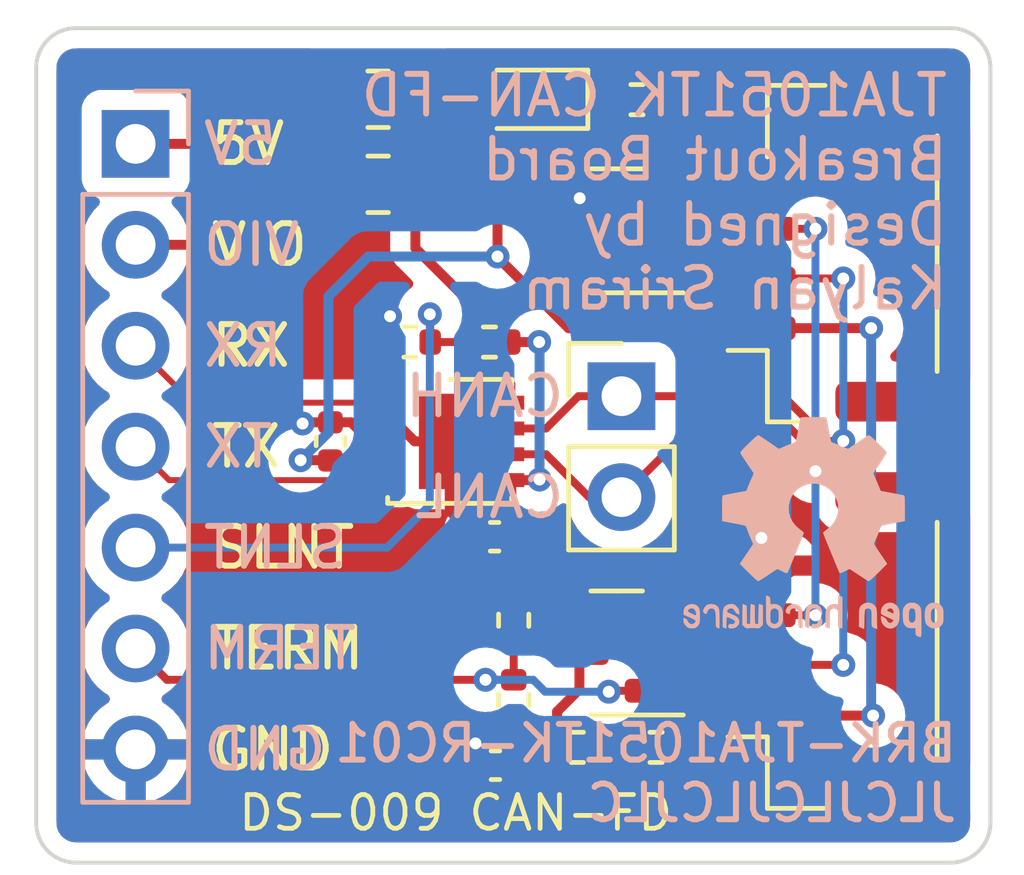
<source format=kicad_pcb>
(kicad_pcb (version 20211014) (generator pcbnew)
  (layers (0 "F.Cu" signal) (31 "B.Cu" signal) (34 "B.Paste" user) (35 "F.Paste" user) (36 "B.SilkS" user "B.Silkscreen") (37 "F.SilkS" user "F.Silkscreen") (38 "B.Mask" user) (39 "F.Mask" user) (44 "Edge.Cuts" user))
  (net 0 "")
  (net 1 "+3V3")
  (net 2 "GND")
  (net 3 "+5V")
  (net 4 "Net-(C3-Pad1)")
  (net 5 "/CAN_TERM")
  (net 6 "/CAN_SILENT")
  (net 7 "/CAN_RX")
  (net 8 "/CAN_TX")
  (net 9 "Net-(D7-Pad1)")
  (net 10 "/CAN_N")
  (net 11 "Net-(Q1-Pad3)")
  (net 12 "/CAN_P")
  (net 13 "Net-(F1-Pad2)")
  (net 14 "Net-(F2-Pad2)")
  (footprint "Resistor_SMD:R_0402_1005Metric" (layer "F.Cu") (at 112.01 64.9 -90)
    (fp_text reference "R3" hide)
    (fp_text value "100K")
    (pad "1" smd roundrect (at -0.51 0 270) (size 0.54 0.64) (layers "F.Cu" "F.Paste" "F.Mask") (net 1 "+3V3"))
    (pad "2" smd roundrect (at 0.51 0 270) (size 0.54 0.64) (layers "F.Cu" "F.Paste" "F.Mask") (net 5 "/CAN_TERM"))
  )
  (footprint "Resistor_SMD:R_0402_1005Metric" (layer "F.Cu") (at 113.61 68.1 180)
    (fp_text reference "R6" hide)
    (fp_text value "60")
    (pad "1" smd roundrect (at -0.51 0 180) (size 0.54 0.64) (layers "F.Cu" "F.Paste" "F.Mask") (net 4 "Net-(C3-Pad1)"))
    (pad "2" smd roundrect (at 0.51 0 180) (size 0.54 0.64) (layers "F.Cu" "F.Paste" "F.Mask") (net 11 "Net-(Q1-Pad3)"))
  )
  (footprint "Fuse:Fuse_0805_2012Metric" (layer "F.Cu") (at 108.6 53.93 180)
    (fp_text reference "F1" hide)
    (fp_text value "Polyfuse_Small")
    (pad "1" smd roundrect (at -0.9375 0 180) (size 0.975 1.4) (layers "F.Cu" "F.Paste" "F.Mask") (net 1 "+3V3"))
    (pad "2" smd roundrect (at 0.9375 0 180) (size 0.975 1.4) (layers "F.Cu" "F.Paste" "F.Mask") (net 13 "Net-(F1-Pad2)"))
  )
  (footprint "Capacitor_SMD:C_0402_1005Metric" (layer "F.Cu") (at 111.53 62.8 180)
    (fp_text reference "C1" hide)
    (fp_text value "0.1uF")
    (pad "1" smd roundrect (at -0.48 0 180) (size 0.56 0.62) (layers "F.Cu" "F.Paste" "F.Mask") (net 1 "+3V3"))
    (pad "2" smd roundrect (at 0.48 0 180) (size 0.56 0.62) (layers "F.Cu" "F.Paste" "F.Mask") (net 2 "GND"))
  )
  (footprint "Connector_PinHeader_2.54mm:PinHeader_1x02_P2.54mm_Vertical" (layer "F.Cu") (at 114.72 59.2625)
    (fp_text reference "J2" hide)
    (fp_text value "CAN")
    (pad "1" thru_hole rect locked (at 0 0) (size 1.7 1.7) (drill 1) (layers *.Cu *.Mask) (net 12 "/CAN_P"))
    (pad "2" thru_hole oval locked (at 0 2.54) (size 1.7 1.7) (drill 1) (layers *.Cu *.Mask) (net 10 "/CAN_N"))
  )
  (footprint "Capacitor_SMD:C_0402_1005Metric" (layer "F.Cu") (at 107.4 60.4 90)
    (fp_text reference "C2" hide)
    (fp_text value "0.1uF")
    (pad "1" smd roundrect (at -0.48 0 90) (size 0.56 0.62) (layers "F.Cu" "F.Paste" "F.Mask") (net 3 "+5V"))
    (pad "2" smd roundrect (at 0.48 0 90) (size 0.56 0.62) (layers "F.Cu" "F.Paste" "F.Mask") (net 2 "GND"))
  )
  (footprint "Capacitor_SMD:C_0402_1005Metric" (layer "F.Cu") (at 111.55 68.55 180)
    (fp_text reference "C3" hide)
    (fp_text value "4.7nF")
    (pad "1" smd roundrect (at -0.48 0 180) (size 0.56 0.62) (layers "F.Cu" "F.Paste" "F.Mask") (net 4 "Net-(C3-Pad1)"))
    (pad "2" smd roundrect (at 0.48 0 180) (size 0.56 0.62) (layers "F.Cu" "F.Paste" "F.Mask") (net 2 "GND"))
  )
  (footprint "Package_DFN_QFN:DFN-8-1EP_3x3mm_P0.65mm_EP1.55x2.4mm" (layer "F.Cu") (at 110.4 60.4)
    (fp_text reference "U1" hide)
    (fp_text value "TJA1051TK-3")
    (pad "1" smd rect (at -1.55 -0.975) (size 0.65 0.35) (layers "F.Cu" "F.Paste" "F.Mask") (net 8 "/CAN_TX"))
    (pad "2" smd rect (at -1.55 -0.325) (size 0.65 0.35) (layers "F.Cu" "F.Paste" "F.Mask") (net 2 "GND"))
    (pad "3" smd rect (at -1.55 0.325) (size 0.65 0.35) (layers "F.Cu" "F.Paste" "F.Mask") (net 3 "+5V"))
    (pad "4" smd rect (at -1.55 0.975) (size 0.65 0.35) (layers "F.Cu" "F.Paste" "F.Mask") (net 7 "/CAN_RX"))
    (pad "5" smd rect (at 1.55 0.975) (size 0.65 0.35) (layers "F.Cu" "F.Paste" "F.Mask") (net 1 "+3V3"))
    (pad "6" smd rect (at 1.55 0.325) (size 0.65 0.35) (layers "F.Cu" "F.Paste" "F.Mask") (net 10 "/CAN_N"))
    (pad "7" smd rect (at 1.55 -0.325) (size 0.65 0.35) (layers "F.Cu" "F.Paste" "F.Mask") (net 12 "/CAN_P"))
    (pad "8" smd rect (at 1.55 -0.975) (size 0.65 0.35) (layers "F.Cu" "F.Paste" "F.Mask") (net 6 "/CAN_SILENT"))
    (pad "9" smd rect (at 0 0) (size 1.55 2.4) (layers "F.Cu" "F.Mask") (net 2 "GND"))
  )
  (footprint "Connector_JST:JST_GH_SM04B-GHS-TB_1x04-1MP_P1.25mm_Horizontal" (layer "F.Cu") (at 120.1 55.675 90)
    (fp_text reference "J4" hide)
    (fp_text value "CAN")
    (pad "1" smd roundrect (at -1.875 -1.85 90) (size 0.6 1.7) (layers "F.Cu" "F.Paste" "F.Mask") (net 3 "+5V"))
    (pad "2" smd roundrect (at -0.625 -1.85 90) (size 0.6 1.7) (layers "F.Cu" "F.Paste" "F.Mask") (net 12 "/CAN_P"))
    (pad "3" smd roundrect (at 0.625 -1.85 90) (size 0.6 1.7) (layers "F.Cu" "F.Paste" "F.Mask") (net 10 "/CAN_N"))
    (pad "4" smd roundrect (at 1.875 -1.85 90) (size 0.6 1.7) (layers "F.Cu" "F.Paste" "F.Mask") (net 2 "GND"))
    (pad "MP" smd roundrect (at 3.725 1.35 90) (size 1 2.7) (layers "F.Cu" "F.Paste" "F.Mask"))
    (pad "MP" smd roundrect (at -3.725 1.35 90) (size 1 2.7) (layers "F.Cu" "F.Paste" "F.Mask"))
  )
  (footprint "Package_TO_SOT_SMD:SOT-23" (layer "F.Cu") (at 114.6 65.725 180)
    (fp_text reference "Q1" hide)
    (fp_text value "Q_NMOS_GSD")
    (pad "1" smd roundrect (at -0.9375 -0.95 180) (size 1.475 0.6) (layers "F.Cu" "F.Paste" "F.Mask") (net 5 "/CAN_TERM"))
    (pad "2" smd roundrect (at -0.9375 0.95 180) (size 1.475 0.6) (layers "F.Cu" "F.Paste" "F.Mask") (net 10 "/CAN_N"))
    (pad "3" smd roundrect (at 0.9375 0 180) (size 1.475 0.6) (layers "F.Cu" "F.Paste" "F.Mask") (net 11 "Net-(Q1-Pad3)"))
  )
  (footprint "Resistor_SMD:R_0402_1005Metric" (layer "F.Cu") (at 111.4 57.9)
    (fp_text reference "R2" hide)
    (fp_text value "100K")
    (pad "1" smd roundrect (at -0.51 0) (size 0.54 0.64) (layers "F.Cu" "F.Paste" "F.Mask") (net 6 "/CAN_SILENT"))
    (pad "2" smd roundrect (at 0.51 0) (size 0.54 0.64) (layers "F.Cu" "F.Paste" "F.Mask") (net 1 "+3V3"))
  )
  (footprint "Resistor_SMD:R_0402_1005Metric" (layer "F.Cu") (at 115.59 68.1 180)
    (fp_text reference "R5" hide)
    (fp_text value "60")
    (pad "1" smd roundrect (at -0.51 0 180) (size 0.54 0.64) (layers "F.Cu" "F.Paste" "F.Mask") (net 12 "/CAN_P"))
    (pad "2" smd roundrect (at 0.51 0 180) (size 0.54 0.64) (layers "F.Cu" "F.Paste" "F.Mask") (net 4 "Net-(C3-Pad1)"))
  )
  (footprint "Resistor_SMD:R_0402_1005Metric" (layer "F.Cu") (at 115.11 51.8)
    (fp_text reference "R7" hide)
    (fp_text value "470")
    (pad "1" smd roundrect (at -0.51 0) (size 0.54 0.64) (layers "F.Cu" "F.Paste" "F.Mask") (net 9 "Net-(D7-Pad1)"))
    (pad "2" smd roundrect (at 0.51 0) (size 0.54 0.64) (layers "F.Cu" "F.Paste" "F.Mask") (net 2 "GND"))
  )
  (footprint "Connector_JST:JST_GH_SM04B-GHS-TB_1x04-1MP_P1.25mm_Horizontal" (layer "F.Cu") (at 120.1 65.4 90)
    (fp_text reference "J3" hide)
    (fp_text value "CAN")
    (pad "1" smd roundrect locked (at -1.875 -1.85 90) (size 0.6 1.7) (layers "F.Cu" "F.Paste" "F.Mask") (net 3 "+5V"))
    (pad "2" smd roundrect locked (at -0.625 -1.85 90) (size 0.6 1.7) (layers "F.Cu" "F.Paste" "F.Mask") (net 12 "/CAN_P"))
    (pad "3" smd roundrect locked (at 0.625 -1.85 90) (size 0.6 1.7) (layers "F.Cu" "F.Paste" "F.Mask") (net 10 "/CAN_N"))
    (pad "4" smd roundrect locked (at 1.875 -1.85 90) (size 0.6 1.7) (layers "F.Cu" "F.Paste" "F.Mask") (net 2 "GND"))
    (pad "MP" smd roundrect locked (at -3.725 1.35 90) (size 1 2.7) (layers "F.Cu" "F.Paste" "F.Mask"))
    (pad "MP" smd roundrect locked (at 3.725 1.35 90) (size 1 2.7) (layers "F.Cu" "F.Paste" "F.Mask"))
  )
  (footprint "LED_SMD:LED_0603_1608Metric" (layer "F.Cu") (at 112.39 51.79 180)
    (fp_text reference "D7" hide)
    (fp_text value "GREEN")
    (pad "1" smd roundrect (at -0.7875 0 180) (size 0.875 0.95) (layers "F.Cu" "F.Paste" "F.Mask") (net 9 "Net-(D7-Pad1)"))
    (pad "2" smd roundrect (at 0.7875 0 180) (size 0.875 0.95) (layers "F.Cu" "F.Paste" "F.Mask") (net 3 "+5V"))
  )
  (footprint "Fuse:Fuse_0805_2012Metric" (layer "F.Cu") (at 108.6 51.79 180)
    (fp_text reference "F2" hide)
    (fp_text value "Polyfuse_Small")
    (pad "1" smd roundrect (at -0.9375 0 180) (size 0.975 1.4) (layers "F.Cu" "F.Paste" "F.Mask") (net 3 "+5V"))
    (pad "2" smd roundrect (at 0.9375 0 180) (size 0.975 1.4) (layers "F.Cu" "F.Paste" "F.Mask") (net 14 "Net-(F2-Pad2)"))
  )
  (footprint "Resistor_SMD:R_0402_1005Metric" (layer "F.Cu") (at 109.4 57.9 180)
    (fp_text reference "R1" hide)
    (fp_text value "100K")
    (pad "1" smd roundrect (at -0.51 0 180) (size 0.54 0.64) (layers "F.Cu" "F.Paste" "F.Mask") (net 6 "/CAN_SILENT"))
    (pad "2" smd roundrect (at 0.51 0 180) (size 0.54 0.64) (layers "F.Cu" "F.Paste" "F.Mask") (net 2 "GND"))
  )
  (footprint "Package_TO_SOT_SMD:SOT-23" (layer "F.Cu") (at 114.6 55.1 180)
    (fp_text reference "U2" hide)
    (fp_text value "PESD2CANFD24L-T")
    (pad "1" smd roundrect (at -0.9375 -0.95 180) (size 1.475 0.6) (layers "F.Cu" "F.Paste" "F.Mask") (net 12 "/CAN_P"))
    (pad "2" smd roundrect (at -0.9375 0.95 180) (size 1.475 0.6) (layers "F.Cu" "F.Paste" "F.Mask") (net 10 "/CAN_N"))
    (pad "3" smd roundrect (at 0.9375 0 180) (size 1.475 0.6) (layers "F.Cu" "F.Paste" "F.Mask") (net 2 "GND"))
  )
  (footprint "Resistor_SMD:R_0402_1005Metric" (layer "F.Cu") (at 112.01 66.91 -90)
    (fp_text reference "R4" hide)
    (fp_text value "100K")
    (pad "1" smd roundrect (at -0.51 0 270) (size 0.54 0.64) (layers "F.Cu" "F.Paste" "F.Mask") (net 5 "/CAN_TERM"))
    (pad "2" smd roundrect (at 0.51 0 270) (size 0.54 0.64) (layers "F.Cu" "F.Paste" "F.Mask") (net 2 "GND"))
  )
  (footprint "Symbol:OSHW-Logo2_7.3x6mm_SilkScreen" (layer "B.Cu") (at 119.55 62.55 180)
    (fp_text reference "REF**" hide)
    (fp_text value "OSHW-Logo2_7.3x6mm_SilkScreen" hide)
  )
  (footprint "Connector_PinHeader_2.54mm:PinHeader_1x07_P2.54mm_Vertical" (layer "B.Cu") (at 102.5 52.9125 180)
    (fp_text reference "J1" hide)
    (fp_text value "Breakout")
    (pad "1" thru_hole rect locked (at 0 0 180) (size 1.7 1.7) (drill 1) (layers *.Cu *.Mask) (net 14 "Net-(F2-Pad2)"))
    (pad "2" thru_hole oval locked (at 0 -2.54 180) (size 1.7 1.7) (drill 1) (layers *.Cu *.Mask) (net 13 "Net-(F1-Pad2)"))
    (pad "3" thru_hole oval locked (at 0 -5.08 180) (size 1.7 1.7) (drill 1) (layers *.Cu *.Mask) (net 8 "/CAN_TX"))
    (pad "4" thru_hole oval locked (at 0 -7.62 180) (size 1.7 1.7) (drill 1) (layers *.Cu *.Mask) (net 7 "/CAN_RX"))
    (pad "5" thru_hole oval locked (at 0 -10.16 180) (size 1.7 1.7) (drill 1) (layers *.Cu *.Mask) (net 6 "/CAN_SILENT"))
    (pad "6" thru_hole oval locked (at 0 -12.7 180) (size 1.7 1.7) (drill 1) (layers *.Cu *.Mask) (net 5 "/CAN_TERM"))
    (pad "7" thru_hole oval locked (at 0 -15.24 180) (size 1.7 1.7) (drill 1) (layers *.Cu *.Mask) (net 2 "GND"))
  )
  (gr_arc (start 101 71) (mid 100.292893 70.707107) (end 100 70) (layer "Edge.Cuts") (width 0.1))
  (gr_arc (start 124 70) (mid 123.707107 70.707107) (end 123 71) (layer "Edge.Cuts") (width 0.1))
  (gr_line (start 101 50) (end 123 50) (layer "Edge.Cuts") (width 0.1))
  (gr_line (start 123 71) (end 101 71) (layer "Edge.Cuts") (width 0.1))
  (gr_arc (start 100 51) (mid 100.292893 50.292893) (end 101 50) (layer "Edge.Cuts") (width 0.1))
  (gr_line (start 100 70) (end 100 51) (layer "Edge.Cuts") (width 0.1))
  (gr_arc (start 123 50) (mid 123.707107 50.292893) (end 124 51) (layer "Edge.Cuts") (width 0.1))
  (gr_line (start 124 51) (end 124 70) (layer "Edge.Cuts") (width 0.1))
  (gr_text "SLNT" (at 106.011905 63.0725) (layer "B.SilkS") (effects (font (size 1 1)) (justify mirror)))
  (gr_text "TJA1051TK CAN-FD\nBreakout Board" (at 123 52.5) (layer "B.SilkS") (effects (font (size 1 1)) (justify left mirror)))
  (gr_text "Designed by\nKalyan Sriram" (at 123 55.75) (layer "B.SilkS") (effects (font (size 1 1)) (justify left mirror)))
  (gr_text "CANL\n" (at 111.4 61.8025) (layer "B.SilkS") (effects (font (size 1 1)) (justify mirror)))
  (gr_text "CANH" (at 111.280952 59.2625) (layer "B.SilkS") (effects (font (size 1 1)) (justify mirror)))
  (gr_text "JLCJLCJLCJLC" (at 118.5 69.5) (layer "B.SilkS") (effects (font (size 0.9 0.9)) (justify mirror)))
  (gr_text "RX\n" (at 105.202381 57.9925) (layer "B.SilkS") (effects (font (size 1 1)) (justify mirror)))
  (gr_text "BRK-TJA1051TK-RC01" (at 115.328572 68) (layer "B.SilkS") (effects (font (size 0.9 0.9)) (justify mirror)))
  (gr_text "5V" (at 105.130953 52.9125) (layer "B.SilkS") (effects (font (size 1 1)) (justify mirror)))
  (gr_text "TX" (at 105.083334 60.5325) (layer "B.SilkS") (effects (font (size 1 1)) (justify mirror)))
  (gr_text "GND" (at 105.75 68.1525) (layer "B.SilkS") (effects (font (size 1 1)) (justify mirror)))
  (gr_text "VIO" (at 105.416667 55.4525) (layer "B.SilkS") (effects (font (size 1 1)) (justify mirror)))
  (gr_text "TERM\n" (at 106.130953 65.6125) (layer "B.SilkS") (effects (font (size 1 1)) (justify mirror)))
  (gr_text "RX\n" (at 105.4 57.9925) (layer "F.SilkS") (effects (font (size 1 1))))
  (gr_text "GND" (at 105.947619 68.1525) (layer "F.SilkS") (effects (font (size 1 1))))
  (gr_text "TX" (at 105.280953 60.5325) (layer "F.SilkS") (effects (font (size 1 1))))
  (gr_text "SLNT" (at 106.209524 63.0725) (layer "F.SilkS") (effects (font (size 1 1))))
  (gr_text "DS-009 CAN-FD" (at 110.55 69.75) (layer "F.SilkS") (effects (font (size 0.85 0.85) (thickness 0.12))))
  (gr_text "TERM\n" (at 106.328572 65.6125) (layer "F.SilkS") (effects (font (size 1 1))))
  (gr_text "VIO" (at 105.614286 55.4525) (layer "F.SilkS") (effects (font (size 1 1))))
  (gr_text "5V" (at 105.328572 52.9125) (layer "F.SilkS") (effects (font (size 1 1))))
  (segment (start 112.645 61.375) (end 112.66 61.36) (width 0.25) (layer "F.Cu") (net 1))
  (segment (start 112.01 61.96) (end 111.95 61.9) (width 0.25) (layer "F.Cu") (net 1))
  (segment (start 112.01 64.39) (end 112.01 62.8) (width 0.25) (layer "F.Cu") (net 1))
  (segment (start 112.65 57.9) (end 111.91 57.9) (width 0.25) (layer "F.Cu") (net 1))
  (segment (start 112.01 62.8) (end 112.01 61.96) (width 0.25) (layer "F.Cu") (net 1))
  (segment (start 111.9 57.9) (end 109.5375 55.5375) (width 0.25) (layer "F.Cu") (net 1))
  (segment (start 111.95 61.375) (end 112.645 61.375) (width 0.25) (layer "F.Cu") (net 1))
  (segment (start 111.91 57.9) (end 111.9 57.9) (width 0.25) (layer "F.Cu") (net 1))
  (segment (start 109.5375 55.5375) (end 109.5375 53.93) (width 0.25) (layer "F.Cu") (net 1))
  (segment (start 111.95 61.9) (end 111.95 61.375) (width 0.25) (layer "F.Cu") (net 1))
  (via (at 112.66 61.36) (size 0.6) (drill 0.3) (layers "F.Cu" "B.Cu") (net 1))
  (via (at 112.65 57.9) (size 0.6) (drill 0.3) (layers "F.Cu" "B.Cu") (net 1))
  (segment (start 112.66 57.91) (end 112.65 57.9) (width 0.25) (layer "B.Cu") (net 1))
  (segment (start 112.66 61.36) (end 112.66 57.91) (width 0.25) (layer "B.Cu") (net 1))
  (segment (start 108.075 60.075) (end 107.92 59.92) (width 0.25) (layer "F.Cu") (net 2))
  (segment (start 110.4 62.15) (end 110.4 60.4) (width 0.25) (layer "F.Cu") (net 2))
  (segment (start 109.195 60.075) (end 109.52 60.4) (width 0.25) (layer "F.Cu") (net 2))
  (segment (start 107.92 59.92) (end 107.4 59.92) (width 0.25) (layer "F.Cu") (net 2))
  (segment (start 108.89 57.9) (end 108.89 57.26) (width 0.25) (layer "F.Cu") (net 2))
  (segment (start 107.4 59.92) (end 106.73 59.92) (width 0.25) (layer "F.Cu") (net 2))
  (segment (start 118.25 62.84) (end 118.24 62.83) (width 0.25) (layer "F.Cu") (net 2))
  (segment (start 108.85 60.075) (end 109.195 60.075) (width 0.25) (layer "F.Cu") (net 2))
  (segment (start 108.85 60.075) (end 108.075 60.075) (width 0.25) (layer "F.Cu") (net 2))
  (segment (start 108.89 57.26) (end 108.9 57.25) (width 0.25) (layer "F.Cu") (net 2))
  (segment (start 111.07 68.02) (end 111.05 68) (width 0.25) (layer "F.Cu") (net 2))
  (segment (start 111.05 62.8) (end 110.4 62.15) (width 0.25) (layer "F.Cu") (net 2))
  (segment (start 113.6625 54.2875) (end 113.67 54.28) (width 0.25) (layer "F.Cu") (net 2))
  (segment (start 113.6625 55.1) (end 113.6625 54.2875) (width 0.25) (layer "F.Cu") (net 2))
  (segment (start 109.52 60.4) (end 110.4 60.4) (width 0.25) (layer "F.Cu") (net 2))
  (segment (start 118.25 63.525) (end 118.25 62.84) (width 0.25) (layer "F.Cu") (net 2))
  (segment (start 106.73 59.92) (end 106.7 59.95) (width 0.25) (layer "F.Cu") (net 2))
  (segment (start 111.07 68.55) (end 111.07 68.02) (width 0.25) (layer "F.Cu") (net 2))
  (via (at 106.7 59.95) (size 0.6) (drill 0.3) (layers "F.Cu" "B.Cu") (net 2))
  (via (at 108.9 57.25) (size 0.6) (drill 0.3) (layers "F.Cu" "B.Cu") (net 2))
  (via (at 113.67 54.28) (size 0.6) (drill 0.3) (layers "F.Cu" "B.Cu") (net 2))
  (via (at 118.24 62.83) (size 0.6) (drill 0.3) (layers "F.Cu" "B.Cu") (net 2))
  (via (at 111.05 68) (size 0.6) (drill 0.3) (layers "F.Cu" "B.Cu") (net 2))
  (segment (start 121 67.325) (end 121.05 67.275) (width 0.25) (layer "F.Cu") (net 3))
  (segment (start 111.6025 55.7475) (end 111.6025 51.79) (width 0.25) (layer "F.Cu") (net 3))
  (segment (start 107.3935 60.8735) (end 107.4 60.88) (width 0.25) (layer "F.Cu") (net 3))
  (segment (start 107.92 60.88) (end 108.075 60.725) (width 0.25) (layer "F.Cu") (net 3))
  (segment (start 113.39 57.55) (end 111.6025 55.7625) (width 0.25) (layer "F.Cu") (net 3))
  (segment (start 108.075 60.725) (end 108.85 60.725) (width 0.25) (layer "F.Cu") (net 3))
  (segment (start 120.95 57.575) (end 121 57.525) (width 0.25) (layer "F.Cu") (net 3))
  (segment (start 111.6025 55.7625) (end 111.6025 55.7475) (width 0.25) (layer "F.Cu") (net 3))
  (segment (start 111.6025 51.79) (end 109.5375 51.79) (width 0.25) (layer "F.Cu") (net 3))
  (segment (start 118.25 57.55) (end 113.39 57.55) (width 0.25) (layer "F.Cu") (net 3))
  (segment (start 118.25 57.55) (end 120.95 57.55) (width 0.25) (layer "F.Cu") (net 3))
  (segment (start 118.3 67.3) (end 121 67.3) (width 0.25) (layer "F.Cu") (net 3))
  (segment (start 106.65 60.8735) (end 107.3935 60.8735) (width 0.25) (layer "F.Cu") (net 3))
  (segment (start 107.4 60.88) (end 107.92 60.88) (width 0.25) (layer "F.Cu") (net 3))
  (via (at 111.6025 55.7475) (size 0.6) (drill 0.3) (layers "F.Cu" "B.Cu") (net 3))
  (via (at 121 57.55) (size 0.6) (drill 0.3) (layers "F.Cu" "B.Cu") (net 3))
  (via (at 106.65 60.8735) (size 0.6) (drill 0.3) (layers "F.Cu" "B.Cu") (net 3))
  (via (at 121.05 67.3) (size 0.6) (drill 0.3) (layers "F.Cu" "B.Cu") (net 3))
  (segment (start 121 57.55) (end 121 67.25) (width 0.25) (layer "B.Cu") (net 3))
  (segment (start 121 67.25) (end 121.05 67.3) (width 0.25) (layer "B.Cu") (net 3))
  (segment (start 111.6025 55.7475) (end 108.3525 55.7475) (width 0.25) (layer "B.Cu") (net 3))
  (segment (start 107.35 56.75) (end 107.35 60.1735) (width 0.25) (layer "B.Cu") (net 3))
  (segment (start 107.35 60.1735) (end 106.65 60.8735) (width 0.25) (layer "B.Cu") (net 3))
  (segment (start 108.3525 55.7475) (end 107.35 56.75) (width 0.25) (layer "B.Cu") (net 3))
  (segment (start 112.15152 68.67152) (end 113.54848 68.67152) (width 0.25) (layer "F.Cu") (net 4))
  (segment (start 115.08 68.1) (end 114.12 68.1) (width 0.25) (layer "F.Cu") (net 4))
  (segment (start 113.54848 68.67152) (end 114.12 68.1) (width 0.25) (layer "F.Cu") (net 4))
  (segment (start 112.03 68.55) (end 112.15152 68.67152) (width 0.25) (layer "F.Cu") (net 4))
  (segment (start 112.01 65.41) (end 112.01 66.4) (width 0.2) (layer "F.Cu") (net 5))
  (segment (start 115.5375 66.675) (end 114.425 66.675) (width 0.2) (layer "F.Cu") (net 5))
  (segment (start 114.425 66.675) (end 114.4 66.7) (width 0.2) (layer "F.Cu") (net 5))
  (segment (start 112 66.4) (end 111.3 66.4) (width 0.2) (layer "F.Cu") (net 5))
  (segment (start 103.2875 66.4) (end 102.5 65.6125) (width 0.2) (layer "F.Cu") (net 5))
  (segment (start 111.3 66.4) (end 103.2875 66.4) (width 0.2) (layer "F.Cu") (net 5))
  (via (at 111.3 66.4) (size 0.6) (drill 0.3) (layers "F.Cu" "B.Cu") (net 5))
  (via (at 114.4 66.7) (size 0.6) (drill 0.3) (layers "F.Cu" "B.Cu") (net 5))
  (segment (start 114.4 66.7) (end 112.8 66.7) (width 0.2) (layer "B.Cu") (net 5))
  (segment (start 112.8 66.7) (end 112.5 66.4) (width 0.2) (layer "B.Cu") (net 5))
  (segment (start 112.5 66.4) (end 111.3 66.4) (width 0.2) (layer "B.Cu") (net 5))
  (segment (start 110.89 57.9) (end 109.91 57.9) (width 0.2) (layer "F.Cu") (net 6))
  (segment (start 111.95 59.425) (end 111.95 58.96) (width 0.2) (layer "F.Cu") (net 6))
  (segment (start 109.91 57.21) (end 109.9 57.2) (width 0.2) (layer "F.Cu") (net 6))
  (segment (start 109.91 57.9) (end 109.91 57.21) (width 0.2) (layer "F.Cu") (net 6))
  (segment (start 111.95 58.96) (end 110.89 57.9) (width 0.2) (layer "F.Cu") (net 6))
  (via (at 109.9 57.2) (size 0.6) (drill 0.3) (layers "F.Cu" "B.Cu") (net 6))
  (segment (start 109.9 62) (end 108.8275 63.0725) (width 0.2) (layer "B.Cu") (net 6))
  (segment (start 108.8275 63.0725) (end 102.5 63.0725) (width 0.2) (layer "B.Cu") (net 6))
  (segment (start 109.9 57.2) (end 109.9 62) (width 0.2) (layer "B.Cu") (net 6))
  (segment (start 108.85 61.375) (end 103.3425 61.375) (width 0.15) (layer "F.Cu") (net 7))
  (segment (start 103.3425 61.375) (end 102.5 60.5325) (width 0.15) (layer "F.Cu") (net 7))
  (segment (start 102.5 58) (end 102.5 57.9925) (width 0.15) (layer "F.Cu") (net 8))
  (segment (start 103.925 59.425) (end 102.5 58) (width 0.15) (layer "F.Cu") (net 8))
  (segment (start 108.85 59.425) (end 103.925 59.425) (width 0.15) (layer "F.Cu") (net 8))
  (segment (start 114.59 51.79) (end 114.6 51.8) (width 0.25) (layer "F.Cu") (net 9))
  (segment (start 113.1775 51.79) (end 114.59 51.79) (width 0.25) (layer "F.Cu") (net 9))
  (segment (start 112.825 60.725) (end 113.9025 61.8025) (width 0.2) (layer "F.Cu") (net 10))
  (segment (start 118.25 55.05) (end 119.575 55.05) (width 0.2) (layer "F.Cu") (net 10))
  (segment (start 119.6 60.708199) (end 118.604302 59.712501) (width 0.2) (layer "F.Cu") (net 10))
  (segment (start 111.95 60.725) (end 112.825 60.725) (width 0.2) (layer "F.Cu") (net 10))
  (segment (start 113.9025 61.8025) (end 114.72 61.8025) (width 0.2) (layer "F.Cu") (net 10))
  (segment (start 119.6 61.15) (end 119.6 60.708199) (width 0.2) (layer "F.Cu") (net 10))
  (segment (start 119.6 64.775) (end 118.25 64.775) (width 0.2) (layer "F.Cu") (net 10))
  (segment (start 115.5375 64.775) (end 118.25 64.775) (width 0.2) (layer "F.Cu") (net 10))
  (segment (start 115.5375 54.15) (end 116.36 54.15) (width 0.2) (layer "F.Cu") (net 10))
  (segment (start 116.809999 59.712501) (end 114.72 61.8025) (width 0.2) (layer "F.Cu") (net 10))
  (segment (start 117.26 55.05) (end 118.25 55.05) (width 0.2) (layer "F.Cu") (net 10))
  (segment (start 116.36 54.15) (end 117.26 55.05) (width 0.2) (layer "F.Cu") (net 10))
  (segment (start 119.575 55.0375) (end 119.6 55.0625) (width 0.2) (layer "F.Cu") (net 10))
  (segment (start 118.604302 59.712501) (end 116.809999 59.712501) (width 0.2) (layer "F.Cu") (net 10))
  (via (at 119.6 55.05) (size 0.6) (drill 0.3) (layers "F.Cu" "B.Cu") (net 10))
  (via (at 119.6 61.15) (size 0.6) (drill 0.3) (layers "F.Cu" "B.Cu") (net 10))
  (via (at 119.6 64.775) (size 0.6) (drill 0.3) (layers "F.Cu" "B.Cu") (net 10))
  (segment (start 119.6 61.15) (end 119.6 64.775) (width 0.2) (layer "B.Cu") (net 10))
  (segment (start 119.6 55.05) (end 119.6 59.22) (width 0.2) (layer "B.Cu") (net 10))
  (segment (start 119.6 59.22) (end 119.6 61.15) (width 0.2) (layer "B.Cu") (net 10))
  (segment (start 113.1 67.2) (end 113.6625 66.6375) (width 0.25) (layer "F.Cu") (net 11))
  (segment (start 113.1 68.1) (end 113.1 67.2) (width 0.25) (layer "F.Cu") (net 11))
  (segment (start 113.6625 66.6375) (end 113.6625 65.725) (width 0.25) (layer "F.Cu") (net 11))
  (segment (start 118.25 66.025) (end 117.175 66.025) (width 0.2) (layer "F.Cu") (net 12))
  (segment (start 118.25 56.3) (end 116.86 56.3) (width 0.2) (layer "F.Cu") (net 12))
  (segment (start 116.6 67.6) (end 116.1 68.1) (width 0.2) (layer "F.Cu") (net 12))
  (segment (start 117.175 66.025) (end 116.6 66.6) (width 0.2) (layer "F.Cu") (net 12))
  (segment (start 120.275 66.025) (end 120.3 66) (width 0.2) (layer "F.Cu") (net 12))
  (segment (start 112.825 60.075) (end 113.6375 59.2625) (width 0.2) (layer "F.Cu") (net 12))
  (segment (start 118.25 66.025) (end 120.275 66.025) (width 0.2) (layer "F.Cu") (net 12))
  (segment (start 120.275 56.3125) (end 120.3 56.2875) (width 0.2) (layer "F.Cu") (net 12))
  (segment (start 120.3 60.39) (end 119.918199 60.39) (width 0.2) (layer "F.Cu") (net 12))
  (segment (start 119.918199 60.39) (end 118.790699 59.2625) (width 0.2) (layer "F.Cu") (net 12))
  (segment (start 116.61 56.05) (end 115.5375 56.05) (width 0.2) (layer "F.Cu") (net 12))
  (segment (start 116.6 66.6) (end 116.6 67.6) (width 0.2) (layer "F.Cu") (net 12))
  (segment (start 111.95 60.075) (end 112.825 60.075) (width 0.2) (layer "F.Cu") (net 12))
  (segment (start 118.790699 59.2625) (end 114.72 59.2625) (width 0.2) (layer "F.Cu") (net 12))
  (segment (start 113.6375 59.2625) (end 114.72 59.2625) (width 0.2) (layer "F.Cu") (net 12))
  (segment (start 116.86 56.3) (end 116.61 56.05) (width 0.2) (layer "F.Cu") (net 12))
  (segment (start 118.25 56.3) (end 120.275 56.3) (width 0.2) (layer "F.Cu") (net 12))
  (via (at 120.3 56.3) (size 0.6) (drill 0.3) (layers "F.Cu" "B.Cu") (net 12))
  (via (at 120.3 60.39) (size 0.6) (drill 0.3) (layers "F.Cu" "B.Cu") (net 12))
  (via (at 120.3 66.025) (size 0.6) (drill 0.3) (layers "F.Cu" "B.Cu") (net 12))
  (segment (start 120.3 60.39) (end 120.3 58.41) (width 0.2) (layer "B.Cu") (net 12))
  (segment (start 120.3 66.025) (end 120.3 60.39) (width 0.2) (layer "B.Cu") (net 12))
  (segment (start 120.3 58.41) (end 120.3 56.3) (width 0.2) (layer "B.Cu") (net 12))
  (segment (start 107.6625 53.93) (end 105.97 53.93) (width 0.25) (layer "F.Cu") (net 13))
  (segment (start 105.97 53.93) (end 104.4475 55.4525) (width 0.25) (layer "F.Cu") (net 13))
  (segment (start 104.4475 55.4525) (end 102.5 55.4525) (width 0.25) (layer "F.Cu") (net 13))
  (segment (start 104.9775 52.9125) (end 102.5 52.9125) (width 0.25) (layer "F.Cu") (net 14))
  (segment (start 107.6625 51.79) (end 106.1 51.79) (width 0.25) (layer "F.Cu") (net 14))
  (segment (start 106.1 51.79) (end 104.9775 52.9125) (width 0.25) (layer "F.Cu") (net 14))
  (zone (net 2) (net_name "GND") (layer "F.Cu") (connect_pads (clearance 0.508)) (min_thickness 0.254) (fill yes (thermal_gap 0.508) (thermal_bridge_width 0.508))
    (polygon (pts (xy 124 71) (xy 100 71) (xy 100 50) (xy 124 50)))
  )
  (zone (net 2) (net_name "GND") (layer "B.Cu") (connect_pads (clearance 0.508)) (min_thickness 0.254) (fill yes (thermal_gap 0.508) (thermal_bridge_width 0.508) (smoothing fillet) (radius 1))
    (polygon (pts (xy 124 71) (xy 100 71) (xy 100 50) (xy 124 50)))
  )
)
</source>
